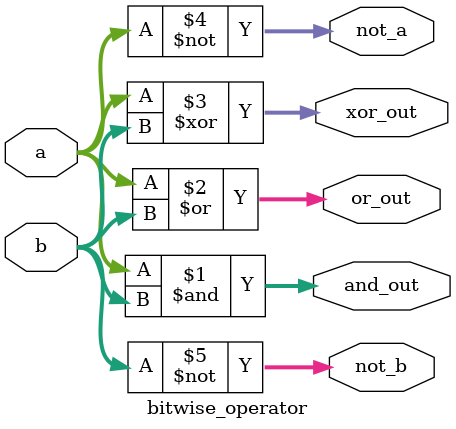
<source format=v>
module bitwise_operator (
    input  [3:0] a,
    input  [3:0] b,
    output [3:0] and_out,
    output [3:0] or_out,
    output [3:0] xor_out,
    output [3:0] not_a,
    output [3:0] not_b
);

assign and_out = a & b;  // Bitwise AND
assign or_out  = a | b;  // Bitwise OR
assign xor_out = a ^ b;  // Bitwise XOR
assign not_a   = ~a;     // Bitwise NOT of a
assign not_b   = ~b;     // Bitwise NOT of b

endmodule

</source>
